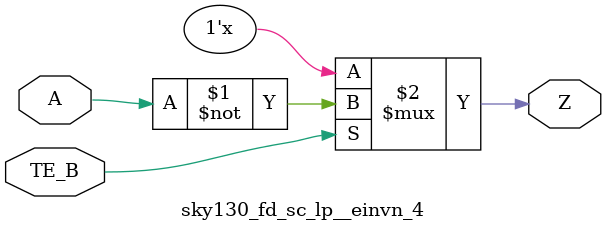
<source format=v>
/*
 * Copyright 2020 The SkyWater PDK Authors
 *
 * Licensed under the Apache License, Version 2.0 (the "License");
 * you may not use this file except in compliance with the License.
 * You may obtain a copy of the License at
 *
 *     https://www.apache.org/licenses/LICENSE-2.0
 *
 * Unless required by applicable law or agreed to in writing, software
 * distributed under the License is distributed on an "AS IS" BASIS,
 * WITHOUT WARRANTIES OR CONDITIONS OF ANY KIND, either express or implied.
 * See the License for the specific language governing permissions and
 * limitations under the License.
 *
 * SPDX-License-Identifier: Apache-2.0
*/


`ifndef SKY130_FD_SC_LP__EINVN_4_FUNCTIONAL_V
`define SKY130_FD_SC_LP__EINVN_4_FUNCTIONAL_V

/**
 * einvn: Tri-state inverter, negative enable.
 *
 * Verilog simulation functional model.
 */

`timescale 1ns / 1ps
`default_nettype none

`celldefine
module sky130_fd_sc_lp__einvn_4 (
    Z   ,
    A   ,
    TE_B
);

    // Module ports
    output Z   ;
    input  A   ;
    input  TE_B;

    //     Name     Output  Other arguments
    notif0 notif00 (Z     , A, TE_B        );

endmodule
`endcelldefine

`default_nettype wire
`endif  // SKY130_FD_SC_LP__EINVN_4_FUNCTIONAL_V

</source>
